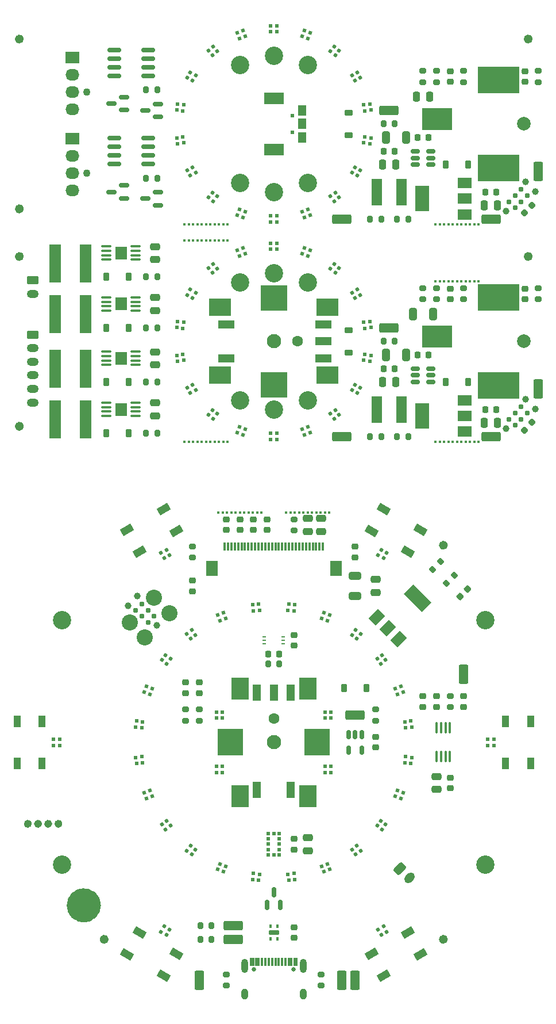
<source format=gbr>
G04 #@! TF.GenerationSoftware,KiCad,Pcbnew,7.0.4-40-g0180cb380f*
G04 #@! TF.CreationDate,2023-07-05T14:48:10-07:00*
G04 #@! TF.ProjectId,IotKnob,496f744b-6e6f-4622-9e6b-696361645f70,rev?*
G04 #@! TF.SameCoordinates,Original*
G04 #@! TF.FileFunction,Soldermask,Top*
G04 #@! TF.FilePolarity,Negative*
%FSLAX46Y46*%
G04 Gerber Fmt 4.6, Leading zero omitted, Abs format (unit mm)*
G04 Created by KiCad (PCBNEW 7.0.4-40-g0180cb380f) date 2023-07-05 14:48:10*
%MOMM*%
%LPD*%
G01*
G04 APERTURE LIST*
G04 Aperture macros list*
%AMRoundRect*
0 Rectangle with rounded corners*
0 $1 Rounding radius*
0 $2 $3 $4 $5 $6 $7 $8 $9 X,Y pos of 4 corners*
0 Add a 4 corners polygon primitive as box body*
4,1,4,$2,$3,$4,$5,$6,$7,$8,$9,$2,$3,0*
0 Add four circle primitives for the rounded corners*
1,1,$1+$1,$2,$3*
1,1,$1+$1,$4,$5*
1,1,$1+$1,$6,$7*
1,1,$1+$1,$8,$9*
0 Add four rect primitives between the rounded corners*
20,1,$1+$1,$2,$3,$4,$5,0*
20,1,$1+$1,$4,$5,$6,$7,0*
20,1,$1+$1,$6,$7,$8,$9,0*
20,1,$1+$1,$8,$9,$2,$3,0*%
%AMHorizOval*
0 Thick line with rounded ends*
0 $1 width*
0 $2 $3 position (X,Y) of the first rounded end (center of the circle)*
0 $4 $5 position (X,Y) of the second rounded end (center of the circle)*
0 Add line between two ends*
20,1,$1,$2,$3,$4,$5,0*
0 Add two circle primitives to create the rounded ends*
1,1,$1,$2,$3*
1,1,$1,$4,$5*%
%AMRotRect*
0 Rectangle, with rotation*
0 The origin of the aperture is its center*
0 $1 length*
0 $2 width*
0 $3 Rotation angle, in degrees counterclockwise*
0 Add horizontal line*
21,1,$1,$2,0,0,$3*%
G04 Aperture macros list end*
%ADD10C,0.650000*%
%ADD11C,0.700000*%
%ADD12C,2.500000*%
%ADD13C,0.380000*%
%ADD14R,2.000000X1.500000*%
%ADD15R,2.000000X3.800000*%
%ADD16RotRect,0.500000X0.500000X70.000000*%
%ADD17RoundRect,0.225000X0.250000X-0.225000X0.250000X0.225000X-0.250000X0.225000X-0.250000X-0.225000X0*%
%ADD18RotRect,0.500000X0.500000X190.000000*%
%ADD19C,0.620000*%
%ADD20R,1.300000X1.500000*%
%ADD21R,3.000000X1.700000*%
%ADD22RotRect,0.500000X0.500000X50.000000*%
%ADD23C,2.700000*%
%ADD24C,1.152000*%
%ADD25RotRect,0.500000X0.500000X30.000000*%
%ADD26RoundRect,0.225000X-0.225000X-0.250000X0.225000X-0.250000X0.225000X0.250000X-0.225000X0.250000X0*%
%ADD27C,2.000000*%
%ADD28R,4.400000X3.300000*%
%ADD29R,6.200000X3.900000*%
%ADD30R,0.500000X0.500000*%
%ADD31RoundRect,0.150000X0.587500X0.150000X-0.587500X0.150000X-0.587500X-0.150000X0.587500X-0.150000X0*%
%ADD32C,1.100000*%
%ADD33R,2.030000X1.730000*%
%ADD34O,2.030000X1.730000*%
%ADD35RotRect,0.500000X0.500000X170.000000*%
%ADD36RoundRect,0.200000X0.275000X-0.200000X0.275000X0.200000X-0.275000X0.200000X-0.275000X-0.200000X0*%
%ADD37RoundRect,0.250000X-1.175000X-0.450000X1.175000X-0.450000X1.175000X0.450000X-1.175000X0.450000X0*%
%ADD38RotRect,0.500000X0.500000X210.000000*%
%ADD39RoundRect,0.250000X-0.250000X-0.475000X0.250000X-0.475000X0.250000X0.475000X-0.250000X0.475000X0*%
%ADD40RotRect,0.500000X0.500000X350.000000*%
%ADD41RoundRect,0.225000X0.375000X-0.225000X0.375000X0.225000X-0.375000X0.225000X-0.375000X-0.225000X0*%
%ADD42RotRect,0.500000X0.500000X230.000000*%
%ADD43RoundRect,0.225000X-0.225000X-0.375000X0.225000X-0.375000X0.225000X0.375000X-0.225000X0.375000X0*%
%ADD44RoundRect,0.200000X-0.200000X-0.275000X0.200000X-0.275000X0.200000X0.275000X-0.200000X0.275000X0*%
%ADD45RoundRect,0.250000X-0.325000X-0.650000X0.325000X-0.650000X0.325000X0.650000X-0.325000X0.650000X0*%
%ADD46RoundRect,0.225000X0.225000X0.250000X-0.225000X0.250000X-0.225000X-0.250000X0.225000X-0.250000X0*%
%ADD47RoundRect,0.150000X0.512500X0.150000X-0.512500X0.150000X-0.512500X-0.150000X0.512500X-0.150000X0*%
%ADD48R,1.500000X4.000000*%
%ADD49RoundRect,0.200000X0.200000X0.275000X-0.200000X0.275000X-0.200000X-0.275000X0.200000X-0.275000X0*%
%ADD50RotRect,0.500000X0.500000X10.000000*%
%ADD51RoundRect,0.250000X0.250000X0.475000X-0.250000X0.475000X-0.250000X-0.475000X0.250000X-0.475000X0*%
%ADD52RotRect,0.500000X0.500000X110.000000*%
%ADD53RoundRect,0.250000X1.175000X0.450000X-1.175000X0.450000X-1.175000X-0.450000X1.175000X-0.450000X0*%
%ADD54RotRect,0.500000X0.500000X310.000000*%
%ADD55RoundRect,0.218750X-0.026517X0.335876X-0.335876X0.026517X0.026517X-0.335876X0.335876X-0.026517X0*%
%ADD56RotRect,0.500000X0.500000X130.000000*%
%ADD57RoundRect,0.200000X-0.275000X0.200000X-0.275000X-0.200000X0.275000X-0.200000X0.275000X0.200000X0*%
%ADD58RoundRect,0.250000X-0.450000X1.175000X-0.450000X-1.175000X0.450000X-1.175000X0.450000X1.175000X0*%
%ADD59RoundRect,0.150000X0.825000X0.150000X-0.825000X0.150000X-0.825000X-0.150000X0.825000X-0.150000X0*%
%ADD60RotRect,0.500000X0.500000X330.000000*%
%ADD61C,0.990600*%
%ADD62C,0.787400*%
%ADD63RotRect,0.500000X0.500000X290.000000*%
%ADD64RotRect,0.500000X0.500000X150.000000*%
%ADD65RotRect,0.500000X0.500000X250.000000*%
%ADD66R,2.400000X1.300000*%
%ADD67R,3.200000X2.500000*%
%ADD68R,4.000000X3.750000*%
%ADD69C,2.100000*%
%ADD70C,1.600000*%
%ADD71O,1.750000X1.200000*%
%ADD72RoundRect,0.250000X-0.625000X0.350000X-0.625000X-0.350000X0.625000X-0.350000X0.625000X0.350000X0*%
%ADD73RoundRect,0.225000X0.225000X0.375000X-0.225000X0.375000X-0.225000X-0.375000X0.225000X-0.375000X0*%
%ADD74R,1.700000X5.700000*%
%ADD75R,1.680000X1.880000*%
%ADD76RoundRect,0.100000X0.625000X0.100000X-0.625000X0.100000X-0.625000X-0.100000X0.625000X-0.100000X0*%
%ADD77RoundRect,0.250000X0.325000X0.650000X-0.325000X0.650000X-0.325000X-0.650000X0.325000X-0.650000X0*%
%ADD78RoundRect,0.250000X0.475000X-0.250000X0.475000X0.250000X-0.475000X0.250000X-0.475000X-0.250000X0*%
%ADD79RoundRect,0.225000X-0.250000X0.225000X-0.250000X-0.225000X0.250000X-0.225000X0.250000X0.225000X0*%
%ADD80RoundRect,0.250000X0.450000X-1.175000X0.450000X1.175000X-0.450000X1.175000X-0.450000X-1.175000X0*%
%ADD81RotRect,0.500000X0.500000X307.500000*%
%ADD82RotRect,0.500000X0.500000X337.500000*%
%ADD83RotRect,0.500000X0.500000X37.500000*%
%ADD84RoundRect,0.200000X-0.053033X0.335876X-0.335876X0.053033X0.053033X-0.335876X0.335876X-0.053033X0*%
%ADD85RotRect,0.500000X0.500000X247.500000*%
%ADD86RoundRect,0.100000X-0.100000X0.712500X-0.100000X-0.712500X0.100000X-0.712500X0.100000X0.712500X0*%
%ADD87C,2.374900*%
%ADD88RotRect,0.500000X0.500000X142.500000*%
%ADD89RotRect,1.800000X1.100000X150.000000*%
%ADD90RotRect,0.500000X0.500000X112.500000*%
%ADD91RotRect,0.500000X0.500000X120.000000*%
%ADD92RotRect,0.500000X0.500000X127.500000*%
%ADD93RotRect,0.500000X0.500000X172.500000*%
%ADD94RotRect,1.800000X1.100000X330.000000*%
%ADD95RotRect,1.800000X1.100000X210.000000*%
%ADD96RotRect,0.500000X0.500000X187.500000*%
%ADD97RotRect,0.500000X0.500000X262.500000*%
%ADD98RoundRect,0.218750X0.256250X-0.218750X0.256250X0.218750X-0.256250X0.218750X-0.256250X-0.218750X0*%
%ADD99RotRect,0.500000X0.500000X292.500000*%
%ADD100RoundRect,0.087500X-0.087500X0.187500X-0.087500X-0.187500X0.087500X-0.187500X0.087500X0.187500X0*%
%ADD101RoundRect,0.175000X-0.625000X0.175000X-0.625000X-0.175000X0.625000X-0.175000X0.625000X0.175000X0*%
%ADD102R,1.100000X1.800000*%
%ADD103RotRect,0.500000X0.500000X52.500000*%
%ADD104RoundRect,0.250000X-0.475000X0.250000X-0.475000X-0.250000X0.475000X-0.250000X0.475000X0.250000X0*%
%ADD105RoundRect,0.250000X-0.650000X0.325000X-0.650000X-0.325000X0.650000X-0.325000X0.650000X0.325000X0*%
%ADD106RoundRect,0.225000X0.017678X-0.335876X0.335876X-0.017678X-0.017678X0.335876X-0.335876X0.017678X0*%
%ADD107RotRect,0.500000X0.500000X7.500000*%
%ADD108RotRect,0.500000X0.500000X67.500000*%
%ADD109RotRect,0.500000X0.500000X240.000000*%
%ADD110RotRect,0.500000X0.500000X60.000000*%
%ADD111RotRect,0.500000X0.500000X352.500000*%
%ADD112RotRect,0.500000X0.500000X322.500000*%
%ADD113RotRect,0.500000X0.500000X300.000000*%
%ADD114R,0.300000X1.300000*%
%ADD115R,1.800000X2.200000*%
%ADD116RotRect,0.500000X0.500000X22.500000*%
%ADD117RotRect,0.500000X0.500000X217.500000*%
%ADD118RotRect,0.500000X0.500000X82.500000*%
%ADD119RotRect,0.500000X0.500000X232.500000*%
%ADD120RotRect,1.800000X1.100000X30.000000*%
%ADD121RoundRect,0.150000X0.150000X-0.587500X0.150000X0.587500X-0.150000X0.587500X-0.150000X-0.587500X0*%
%ADD122RotRect,0.500000X0.500000X157.500000*%
%ADD123RotRect,2.000000X1.500000X45.000000*%
%ADD124RotRect,2.000000X3.800000X45.000000*%
%ADD125RotRect,0.500000X0.500000X97.500000*%
%ADD126RotRect,0.500000X0.500000X277.500000*%
%ADD127R,0.550000X0.250000*%
%ADD128R,1.300000X2.400000*%
%ADD129R,2.500000X3.200000*%
%ADD130R,3.750000X4.000000*%
%ADD131RoundRect,0.200000X0.053033X-0.335876X0.335876X-0.053033X-0.053033X0.335876X-0.335876X0.053033X0*%
%ADD132RoundRect,0.250000X-0.689429X-0.194454X-0.194454X-0.689429X0.689429X0.194454X0.194454X0.689429X0*%
%ADD133HorizOval,1.200000X-0.194454X-0.194454X0.194454X0.194454X0*%
%ADD134RoundRect,0.150000X-0.150000X0.512500X-0.150000X-0.512500X0.150000X-0.512500X0.150000X0.512500X0*%
%ADD135C,0.650000*%
%ADD136R,0.300000X1.150000*%
%ADD137O,1.000000X2.100000*%
%ADD138O,1.000000X1.600000*%
%ADD139RotRect,0.500000X0.500000X202.500000*%
G04 APERTURE END LIST*
D10*
X62825000Y-21500000D02*
G75*
G03*
X62825000Y-21500000I-325000J0D01*
G01*
X137825000Y3500000D02*
G75*
G03*
X137825000Y3500000I-325000J0D01*
G01*
X62825000Y3500000D02*
G75*
G03*
X62825000Y3500000I-325000J0D01*
G01*
X62825000Y-53500000D02*
G75*
G03*
X62825000Y-53500000I-325000J0D01*
G01*
X62825000Y-28500000D02*
G75*
G03*
X62825000Y-28500000I-325000J0D01*
G01*
X137825000Y-28500000D02*
G75*
G03*
X137825000Y-28500000I-325000J0D01*
G01*
D11*
X64000000Y-112000000D02*
G75*
G03*
X64000000Y-112000000I-250000J0D01*
G01*
X65500000Y-112000000D02*
G75*
G03*
X65500000Y-112000000I-250000J0D01*
G01*
X67000000Y-112000000D02*
G75*
G03*
X67000000Y-112000000I-250000J0D01*
G01*
X68500000Y-112000000D02*
G75*
G03*
X68500000Y-112000000I-250000J0D01*
G01*
D10*
X75325000Y-129000000D02*
G75*
G03*
X75325000Y-129000000I-325000J0D01*
G01*
D12*
X73250000Y-124000000D02*
G75*
G03*
X73250000Y-124000000I-1250000J0D01*
G01*
D10*
X125325000Y-71000000D02*
G75*
G03*
X125325000Y-71000000I-325000J0D01*
G01*
X125325000Y-129000000D02*
G75*
G03*
X125325000Y-129000000I-325000J0D01*
G01*
D13*
X123825000Y-55810000D03*
X124460000Y-55810000D03*
X125095000Y-55810000D03*
X125730000Y-55810000D03*
X126365000Y-55810000D03*
X127000000Y-55810000D03*
X127635000Y-55810000D03*
X128270000Y-55810000D03*
X128905000Y-55810000D03*
X129540000Y-55810000D03*
X130175000Y-55810000D03*
X93175000Y-55810000D03*
X92540000Y-55810000D03*
X91905000Y-55810000D03*
X91270000Y-55810000D03*
X90635000Y-55810000D03*
X90000000Y-55810000D03*
X89365000Y-55810000D03*
X88730000Y-55810000D03*
X88095000Y-55810000D03*
X87460000Y-55810000D03*
X86825000Y-55810000D03*
X123825000Y-23810000D03*
X124460000Y-23810000D03*
X125095000Y-23810000D03*
X125730000Y-23810000D03*
X126365000Y-23810000D03*
X127000000Y-23810000D03*
X127635000Y-23810000D03*
X128270000Y-23810000D03*
X128905000Y-23810000D03*
X129540000Y-23810000D03*
X130175000Y-23810000D03*
X130175000Y-32190000D03*
X129540000Y-32190000D03*
X128905000Y-32190000D03*
X128270000Y-32190000D03*
X127635000Y-32190000D03*
X127000000Y-32190000D03*
X126365000Y-32190000D03*
X125730000Y-32190000D03*
X125095000Y-32190000D03*
X124460000Y-32190000D03*
X123825000Y-32190000D03*
X86825000Y-23810000D03*
X87460000Y-23810000D03*
X88095000Y-23810000D03*
X88730000Y-23810000D03*
X89365000Y-23810000D03*
X90000000Y-23810000D03*
X90635000Y-23810000D03*
X91270000Y-23810000D03*
X91905000Y-23810000D03*
X92540000Y-23810000D03*
X93175000Y-23810000D03*
X93175000Y-26190000D03*
X92540000Y-26190000D03*
X91905000Y-26190000D03*
X91270000Y-26190000D03*
X90635000Y-26190000D03*
X90000000Y-26190000D03*
X89365000Y-26190000D03*
X88730000Y-26190000D03*
X88095000Y-26190000D03*
X87460000Y-26190000D03*
X86825000Y-26190000D03*
X108175000Y-66190000D03*
X107540000Y-66190000D03*
X106905000Y-66190000D03*
X106270000Y-66190000D03*
X105635000Y-66190000D03*
X105000000Y-66190000D03*
X104365000Y-66190000D03*
X103730000Y-66190000D03*
X103095000Y-66190000D03*
X102460000Y-66190000D03*
X101825000Y-66190000D03*
X91825000Y-66190000D03*
X93095000Y-66190000D03*
X98175000Y-66190000D03*
X93730000Y-66190000D03*
X95635000Y-66190000D03*
X94365000Y-66190000D03*
X97540000Y-66190000D03*
X95000000Y-66190000D03*
X96270000Y-66190000D03*
X96905000Y-66190000D03*
X92460000Y-66190000D03*
D14*
X128150000Y-22300000D03*
X128150000Y-20000000D03*
D15*
X121850000Y-20000000D03*
D14*
X128150000Y-17700000D03*
D16*
X104211229Y3887047D03*
X105056953Y3579229D03*
X105364771Y4424953D03*
X104519047Y4732771D03*
D17*
X126000000Y-2775000D03*
X126000000Y-1225000D03*
D18*
X86734305Y-11796022D03*
X86578022Y-10909695D03*
X85691695Y-11065978D03*
X85847978Y-11952305D03*
D19*
X102700000Y-10200000D03*
X102700000Y-7800000D03*
D20*
X104150000Y-11000000D03*
X104150000Y-7000000D03*
X104150000Y-9000000D03*
D21*
X100000000Y-12800000D03*
X100000000Y-5200000D03*
D22*
X108365026Y1669534D03*
X109054466Y1091026D03*
X109632974Y1780466D03*
X108943534Y2358974D03*
D23*
X95000000Y-17660254D03*
D24*
X62500000Y-21500000D03*
D25*
X111509289Y-1835289D03*
X111959289Y-2614711D03*
X112738711Y-2164711D03*
X112288711Y-1385289D03*
D26*
X131225000Y-19000000D03*
X132775000Y-19000000D03*
D27*
X136900000Y-9000000D03*
D28*
X124100000Y-8300000D03*
D29*
X133100000Y-15450000D03*
X133100000Y-2550000D03*
D23*
X105000000Y-17660254D03*
D30*
X100450000Y-22550000D03*
X99550000Y-22550000D03*
X99550000Y-23450000D03*
X100450000Y-23450000D03*
D31*
X82937500Y-7950000D03*
X82937500Y-6050000D03*
X81062500Y-7000000D03*
D23*
X100000000Y1000000D03*
D17*
X137000000Y-2775000D03*
X137000000Y-1225000D03*
D32*
X72460000Y-4280000D03*
D33*
X70300000Y800000D03*
D34*
X70300000Y-1740000D03*
X70300000Y-4280000D03*
X70300000Y-6820000D03*
D35*
X86578022Y-7090305D03*
X86734305Y-6203978D03*
X85847978Y-6047695D03*
X85691695Y-6934022D03*
D36*
X139000000Y-2825000D03*
X139000000Y-1175000D03*
D31*
X77937500Y-6950000D03*
X77937500Y-5050000D03*
X76062500Y-6000000D03*
D37*
X132000000Y-23000000D03*
D38*
X88490711Y-16164711D03*
X88040711Y-15385289D03*
X87261289Y-15835289D03*
X87711289Y-16614711D03*
D23*
X100000000Y-19000000D03*
D39*
X131050000Y-21000000D03*
X132950000Y-21000000D03*
D40*
X113421978Y-10909695D03*
X113265695Y-11796022D03*
X114152022Y-11952305D03*
X114308305Y-11065978D03*
D41*
X111000000Y-10650000D03*
X111000000Y-7350000D03*
D42*
X91634974Y-19669534D03*
X90945534Y-19091026D03*
X90367026Y-19780466D03*
X91056466Y-20358974D03*
D43*
X125350000Y-15000000D03*
X128650000Y-15000000D03*
D44*
X118175000Y-23000000D03*
X119825000Y-23000000D03*
D45*
X116525000Y-11000000D03*
X119475000Y-11000000D03*
D46*
X122775000Y-11000000D03*
X121225000Y-11000000D03*
D39*
X116050000Y-15000000D03*
X117950000Y-15000000D03*
D46*
X117775000Y-13000000D03*
X116225000Y-13000000D03*
D44*
X116175000Y-9000000D03*
X117825000Y-9000000D03*
D47*
X123137500Y-14950000D03*
X123137500Y-14000000D03*
X123137500Y-13050000D03*
X120862500Y-13050000D03*
X120862500Y-14000000D03*
X120862500Y-14950000D03*
D44*
X114175000Y-23000000D03*
X115825000Y-23000000D03*
D48*
X118800000Y-19000000D03*
X115200000Y-19000000D03*
D23*
X95000000Y-339746D03*
D31*
X82937500Y-20950000D03*
X82937500Y-19050000D03*
X81062500Y-20000000D03*
D32*
X72460000Y-16280000D03*
D33*
X70300000Y-11200000D03*
D34*
X70300000Y-13740000D03*
X70300000Y-16280000D03*
X70300000Y-18820000D03*
D49*
X82825000Y-17000000D03*
X81175000Y-17000000D03*
D50*
X113265695Y-6203978D03*
X113421978Y-7090305D03*
X114308305Y-6934022D03*
X114152022Y-6047695D03*
D36*
X128000000Y-2825000D03*
X128000000Y-1175000D03*
D51*
X122950000Y-5000000D03*
X121050000Y-5000000D03*
D52*
X94943047Y3579229D03*
X95788771Y3887047D03*
X95480953Y4732771D03*
X94635229Y4424953D03*
D53*
X117000000Y-7000000D03*
D54*
X109054466Y-19091026D03*
X108365026Y-19669534D03*
X108943534Y-20358974D03*
X109632974Y-19780466D03*
D36*
X124000000Y-2825000D03*
X124000000Y-1175000D03*
D30*
X99550000Y4550000D03*
X100450000Y4550000D03*
X100450000Y5450000D03*
X99550000Y5450000D03*
D23*
X105000000Y-339746D03*
D55*
X138056847Y-20943153D03*
X136943153Y-22056847D03*
D24*
X137500000Y3500000D03*
D56*
X90945534Y1091026D03*
X91634974Y1669534D03*
X91056466Y2358974D03*
X90367026Y1780466D03*
D57*
X122000000Y-1175000D03*
X122000000Y-2825000D03*
D58*
X139000000Y-16000000D03*
D31*
X77937500Y-19950000D03*
X77937500Y-18050000D03*
X76062500Y-19000000D03*
D59*
X81475000Y-1905000D03*
X81475000Y-635000D03*
X81475000Y635000D03*
X81475000Y1905000D03*
X76525000Y1905000D03*
X76525000Y635000D03*
X76525000Y-635000D03*
X76525000Y-1905000D03*
D53*
X110000000Y-23000000D03*
D59*
X81475000Y-14905000D03*
X81475000Y-13635000D03*
X81475000Y-12365000D03*
X81475000Y-11095000D03*
X76525000Y-11095000D03*
X76525000Y-12365000D03*
X76525000Y-13635000D03*
X76525000Y-14905000D03*
D60*
X111959289Y-15385289D03*
X111509289Y-16164711D03*
X112288711Y-16614711D03*
X112738711Y-15835289D03*
D49*
X82825000Y-4000000D03*
X81175000Y-4000000D03*
D61*
X134203949Y-21796051D03*
X137077631Y-17485528D03*
X138514472Y-18922369D03*
D62*
X135550987Y-21347038D03*
X134652962Y-20449013D03*
X136449013Y-20449013D03*
X135550987Y-19550987D03*
X137347038Y-19550987D03*
X136449013Y-18652962D03*
D63*
X105056953Y-21579229D03*
X104211229Y-21887047D03*
X104519047Y-22732771D03*
X105364771Y-22424953D03*
D64*
X88040711Y-2614711D03*
X88490711Y-1835289D03*
X87711289Y-1385289D03*
X87261289Y-2164711D03*
D65*
X95788771Y-21887047D03*
X94943047Y-21579229D03*
X94635229Y-22424953D03*
X95480953Y-22732771D03*
D24*
X62500000Y3500000D03*
D22*
X108943534Y-29641026D03*
X109632974Y-30219534D03*
X109054466Y-30908974D03*
X108365026Y-30330466D03*
D18*
X85847978Y-43952305D03*
X85691695Y-43065978D03*
X86578022Y-42909695D03*
X86734305Y-43796022D03*
D16*
X104519047Y-27267229D03*
X105364771Y-27575047D03*
X105056953Y-28420771D03*
X104211229Y-28112953D03*
D66*
X93000000Y-43500000D03*
X93000000Y-38500000D03*
D67*
X92100000Y-36000000D03*
X92100000Y-46000000D03*
D68*
X100000000Y-34625000D03*
X100000000Y-47375000D03*
D67*
X107900000Y-36000000D03*
X107900000Y-46000000D03*
D66*
X107300000Y-41000000D03*
X107300000Y-38500000D03*
X107300000Y-43500000D03*
D69*
X100000000Y-41000000D03*
D70*
X103500000Y-41000000D03*
D24*
X62500000Y-53500000D03*
D71*
X64450000Y-34000000D03*
D72*
X64450000Y-32000000D03*
D44*
X82825000Y-47000000D03*
X81175000Y-47000000D03*
X82825000Y-31500000D03*
X81175000Y-31500000D03*
X82825000Y-54500000D03*
X81175000Y-54500000D03*
D14*
X128150000Y-49700000D03*
D15*
X121850000Y-52000000D03*
D14*
X128150000Y-52000000D03*
X128150000Y-54300000D03*
D17*
X126000000Y-33225000D03*
X126000000Y-34775000D03*
X137000000Y-33225000D03*
X137000000Y-34775000D03*
D73*
X75350000Y-54500000D03*
X78650000Y-54500000D03*
D74*
X72250000Y-29500000D03*
X67750000Y-29500000D03*
D23*
X100000000Y-31000000D03*
X105000000Y-49660254D03*
D73*
X75350000Y-31500000D03*
X78650000Y-31500000D03*
X75350000Y-39000000D03*
X78650000Y-39000000D03*
D75*
X77500000Y-43500000D03*
D76*
X75350000Y-44475000D03*
X75350000Y-43825000D03*
X75350000Y-43175000D03*
X75350000Y-42525000D03*
X79650000Y-42525000D03*
X79650000Y-43175000D03*
X79650000Y-43825000D03*
X79650000Y-44475000D03*
D23*
X95000000Y-49660254D03*
D75*
X77500000Y-28000000D03*
D76*
X75350000Y-28975000D03*
X75350000Y-28325000D03*
X75350000Y-27675000D03*
X75350000Y-27025000D03*
X79650000Y-27025000D03*
X79650000Y-27675000D03*
X79650000Y-28325000D03*
X79650000Y-28975000D03*
D41*
X111000000Y-39350000D03*
X111000000Y-42650000D03*
D71*
X64450000Y-50000000D03*
X64450000Y-48000000D03*
X64450000Y-46000000D03*
X64450000Y-44000000D03*
X64450000Y-42000000D03*
D72*
X64450000Y-40000000D03*
D29*
X133100000Y-34550000D03*
X133100000Y-47450000D03*
D28*
X124100000Y-40300000D03*
D27*
X136900000Y-41000000D03*
D52*
X94635229Y-27575047D03*
X95480953Y-27267229D03*
X95788771Y-28112953D03*
X94943047Y-28420771D03*
D23*
X105000000Y-32339746D03*
D37*
X132000000Y-55000000D03*
D40*
X114308305Y-43065978D03*
X114152022Y-43952305D03*
X113265695Y-43796022D03*
X113421978Y-42909695D03*
D36*
X139000000Y-33175000D03*
X139000000Y-34825000D03*
D74*
X72250000Y-45000000D03*
X67750000Y-45000000D03*
D77*
X120525000Y-37000000D03*
X123475000Y-37000000D03*
D53*
X117000000Y-39000000D03*
D30*
X100450000Y-55450000D03*
X99550000Y-55450000D03*
X99550000Y-54550000D03*
X100450000Y-54550000D03*
D23*
X100000000Y-51000000D03*
D74*
X72250000Y-52500000D03*
X67750000Y-52500000D03*
D39*
X132950000Y-53000000D03*
X131050000Y-53000000D03*
D43*
X128650000Y-47000000D03*
X125350000Y-47000000D03*
D38*
X87711289Y-48614711D03*
X87261289Y-47835289D03*
X88040711Y-47385289D03*
X88490711Y-48164711D03*
D42*
X91056466Y-52358974D03*
X90367026Y-51780466D03*
X90945534Y-51091026D03*
X91634974Y-51669534D03*
D25*
X112288711Y-33385289D03*
X112738711Y-34164711D03*
X111959289Y-34614711D03*
X111509289Y-33835289D03*
D35*
X85691695Y-38934022D03*
X85847978Y-38047695D03*
X86734305Y-38203978D03*
X86578022Y-39090305D03*
D78*
X82500000Y-34550000D03*
X82500000Y-36450000D03*
D26*
X132775000Y-51000000D03*
X131225000Y-51000000D03*
D75*
X77500000Y-35500000D03*
D76*
X75350000Y-36475000D03*
X75350000Y-35825000D03*
X75350000Y-35175000D03*
X75350000Y-34525000D03*
X79650000Y-34525000D03*
X79650000Y-35175000D03*
X79650000Y-35825000D03*
X79650000Y-36475000D03*
D73*
X75350000Y-47000000D03*
X78650000Y-47000000D03*
D56*
X90367026Y-30219534D03*
X91056466Y-29641026D03*
X91634974Y-30330466D03*
X90945534Y-30908974D03*
D36*
X128000000Y-33175000D03*
X128000000Y-34825000D03*
D65*
X95480953Y-54732771D03*
X94635229Y-54424953D03*
X94943047Y-53579229D03*
X95788771Y-53887047D03*
D64*
X87261289Y-34164711D03*
X87711289Y-33385289D03*
X88490711Y-33835289D03*
X88040711Y-34614711D03*
D58*
X139000000Y-48000000D03*
D24*
X62500000Y-28500000D03*
D62*
X136449013Y-50652962D03*
X137347038Y-51550987D03*
X135550987Y-51550987D03*
X136449013Y-52449013D03*
X134652962Y-52449013D03*
X135550987Y-53347038D03*
D61*
X138514472Y-50922369D03*
X137077631Y-49485528D03*
X134203949Y-53796051D03*
D60*
X112738711Y-47835289D03*
X112288711Y-48614711D03*
X111509289Y-48164711D03*
X111959289Y-47385289D03*
D36*
X124000000Y-33175000D03*
X124000000Y-34825000D03*
D45*
X119475000Y-43000000D03*
X116525000Y-43000000D03*
D46*
X121225000Y-43000000D03*
X122775000Y-43000000D03*
X116225000Y-45000000D03*
X117775000Y-45000000D03*
D44*
X117825000Y-41000000D03*
X116175000Y-41000000D03*
X115825000Y-55000000D03*
X114175000Y-55000000D03*
D47*
X120862500Y-46950000D03*
X120862500Y-46000000D03*
X120862500Y-45050000D03*
X123137500Y-45050000D03*
X123137500Y-46000000D03*
X123137500Y-46950000D03*
D48*
X115200000Y-51000000D03*
X118800000Y-51000000D03*
D44*
X119825000Y-55000000D03*
X118175000Y-55000000D03*
D39*
X117950000Y-47000000D03*
X116050000Y-47000000D03*
D44*
X82825000Y-39000000D03*
X81175000Y-39000000D03*
D54*
X109632974Y-51780466D03*
X108943534Y-52358974D03*
X108365026Y-51669534D03*
X109054466Y-51091026D03*
D24*
X137500000Y-28500000D03*
D78*
X82500000Y-42550000D03*
X82500000Y-44450000D03*
D50*
X114152022Y-38047695D03*
X114308305Y-38934022D03*
X113421978Y-39090305D03*
X113265695Y-38203978D03*
D78*
X82500000Y-27050000D03*
X82500000Y-28950000D03*
D55*
X136943153Y-54056847D03*
X138056847Y-52943153D03*
D74*
X72250000Y-37000000D03*
X67750000Y-37000000D03*
D75*
X77500000Y-51000000D03*
D76*
X75350000Y-51975000D03*
X75350000Y-51325000D03*
X75350000Y-50675000D03*
X75350000Y-50025000D03*
X79650000Y-50025000D03*
X79650000Y-50675000D03*
X79650000Y-51325000D03*
X79650000Y-51975000D03*
D57*
X122000000Y-34825000D03*
X122000000Y-33175000D03*
D30*
X99550000Y-26550000D03*
X100450000Y-26550000D03*
X100450000Y-27450000D03*
X99550000Y-27450000D03*
D78*
X82500000Y-50050000D03*
X82500000Y-51950000D03*
D63*
X105364771Y-54424953D03*
X104519047Y-54732771D03*
X104211229Y-53887047D03*
X105056953Y-53579229D03*
D53*
X110000000Y-55000000D03*
D23*
X95000000Y-32339746D03*
D79*
X95000000Y-67225000D03*
X95000000Y-68775000D03*
D80*
X89000000Y-135000000D03*
D81*
X112258066Y-115236048D03*
X111544048Y-115783934D03*
X112091934Y-116497952D03*
X112805952Y-115950066D03*
D82*
X118234462Y-107066047D03*
X117890047Y-107897538D03*
X118721538Y-108241953D03*
X119065953Y-107410462D03*
D83*
X115236048Y-87741934D03*
X115783934Y-88455952D03*
X116497952Y-87908066D03*
X115950066Y-87194048D03*
D49*
X100825000Y-88500000D03*
X99175000Y-88500000D03*
D84*
X126583363Y-75416637D03*
X125416637Y-76583363D03*
D30*
X131550000Y-99550000D03*
X131550000Y-100450000D03*
X132450000Y-100450000D03*
X132450000Y-99550000D03*
D85*
X92933953Y-118234462D03*
X92102462Y-117890047D03*
X91758047Y-118721538D03*
X92589538Y-119065953D03*
D30*
X92450000Y-96450000D03*
X92450000Y-95550000D03*
X91550000Y-95550000D03*
X91550000Y-96450000D03*
D17*
X122000000Y-94775000D03*
X122000000Y-93225000D03*
D23*
X68823085Y-118000000D03*
D37*
X94000000Y-129000000D03*
D17*
X124000000Y-94775000D03*
X124000000Y-93225000D03*
D86*
X125975000Y-97887500D03*
X125325000Y-97887500D03*
X124675000Y-97887500D03*
X124025000Y-97887500D03*
X124025000Y-102112500D03*
X124675000Y-102112500D03*
X125325000Y-102112500D03*
X125975000Y-102112500D03*
D87*
X81000000Y-84592102D03*
D61*
X82796051Y-82796051D03*
D87*
X84592102Y-81000000D03*
X78754936Y-82347038D03*
X82347038Y-78754936D03*
D61*
X78485528Y-79922369D03*
X79922369Y-78485528D03*
D62*
X82347038Y-81449013D03*
X81449013Y-82347038D03*
X81449013Y-80550987D03*
X80550987Y-81449013D03*
X80550987Y-79652962D03*
X79652962Y-80550987D03*
D88*
X84216066Y-88455952D03*
X84763952Y-87741934D03*
X84049934Y-87194048D03*
X83502048Y-87908066D03*
D36*
X93000000Y-135825000D03*
X93000000Y-134175000D03*
D89*
X119759679Y-71975147D03*
X114390321Y-68875147D03*
X121609679Y-68770853D03*
X116240321Y-65670853D03*
D24*
X75000000Y-129000000D03*
D30*
X107550000Y-95550000D03*
X107550000Y-96450000D03*
X108450000Y-96450000D03*
X108450000Y-95550000D03*
D90*
X92102462Y-82109953D03*
X92933953Y-81765538D03*
X92589538Y-80934047D03*
X91758047Y-81278462D03*
D79*
X103000000Y-127225000D03*
X103000000Y-128775000D03*
D17*
X103000000Y-85775000D03*
X103000000Y-84225000D03*
D91*
X83835289Y-72901711D03*
X84614711Y-72451711D03*
X84164711Y-71672289D03*
X83385289Y-72122289D03*
D57*
X88000000Y-71175000D03*
X88000000Y-72825000D03*
D92*
X87741934Y-84763952D03*
X88455952Y-84216066D03*
X87908066Y-83502048D03*
X87194048Y-84049934D03*
D37*
X112000000Y-96000000D03*
D36*
X115000000Y-96825000D03*
X115000000Y-95175000D03*
X103000000Y-68825000D03*
X103000000Y-67175000D03*
D93*
X80558413Y-97893887D03*
X80675887Y-97001587D03*
X79783587Y-96884113D03*
X79666113Y-97776413D03*
D79*
X103000000Y-114225000D03*
X103000000Y-115775000D03*
D94*
X80240321Y-128024853D03*
X85609679Y-131124853D03*
X78390321Y-131229147D03*
X83759679Y-134329147D03*
D95*
X85609679Y-68875147D03*
X80240321Y-71975147D03*
X83759679Y-65670853D03*
X78390321Y-68770853D03*
D96*
X80675887Y-102998413D03*
X80558413Y-102106113D03*
X79666113Y-102223587D03*
X79783587Y-103115887D03*
D24*
X125000000Y-71000000D03*
D97*
X97893887Y-119441587D03*
X97001587Y-119324113D03*
X96884113Y-120216413D03*
X97776413Y-120333887D03*
D98*
X87000000Y-92787500D03*
X87000000Y-91212500D03*
D23*
X68823085Y-82000000D03*
D37*
X94000000Y-127000000D03*
D44*
X89175000Y-129000000D03*
X90825000Y-129000000D03*
D99*
X107897538Y-117890047D03*
X107066047Y-118234462D03*
X107410462Y-119065953D03*
X108241953Y-118721538D03*
D100*
X100500000Y-127075000D03*
X99500000Y-127075000D03*
X99500000Y-128925000D03*
X100500000Y-128925000D03*
D101*
X100000000Y-128000000D03*
D80*
X112000000Y-135000000D03*
D102*
X134150000Y-103100000D03*
X134150000Y-96900000D03*
X137850000Y-103100000D03*
X137850000Y-96900000D03*
D36*
X107000000Y-135825000D03*
X107000000Y-134175000D03*
D103*
X111544048Y-84216066D03*
X112258066Y-84763952D03*
X112805952Y-84049934D03*
X112091934Y-83502048D03*
D104*
X105000000Y-114050000D03*
X105000000Y-115950000D03*
D102*
X65850000Y-96900000D03*
X65850000Y-103100000D03*
X62150000Y-96900000D03*
X62150000Y-103100000D03*
D105*
X112000000Y-75525000D03*
X112000000Y-78475000D03*
D73*
X113650000Y-92000000D03*
X110350000Y-92000000D03*
D78*
X107000000Y-68950000D03*
X107000000Y-67050000D03*
D79*
X126000000Y-105225000D03*
X126000000Y-106775000D03*
D104*
X115000000Y-76050000D03*
X115000000Y-77950000D03*
D23*
X131176915Y-82000000D03*
X131176915Y-118000000D03*
D80*
X110000000Y-135000000D03*
D106*
X127451992Y-78548008D03*
X128548008Y-77451992D03*
D57*
X87000000Y-95175000D03*
X87000000Y-96825000D03*
D107*
X119324113Y-97001587D03*
X119441587Y-97893887D03*
X120333887Y-97776413D03*
X120216413Y-96884113D03*
D108*
X107066047Y-81765538D03*
X107897538Y-82109953D03*
X108241953Y-81278462D03*
X107410462Y-80934047D03*
D80*
X128000000Y-90000000D03*
D109*
X84614711Y-127548289D03*
X83835289Y-127098289D03*
X83385289Y-127877711D03*
X84164711Y-128327711D03*
D110*
X115385289Y-72451711D03*
X116164711Y-72901711D03*
X116614711Y-72122289D03*
X115835289Y-71672289D03*
D111*
X119441587Y-102106113D03*
X119324113Y-102998413D03*
X120216413Y-103115887D03*
X120333887Y-102223587D03*
D79*
X93000000Y-67225000D03*
X93000000Y-68775000D03*
D17*
X112000000Y-72775000D03*
X112000000Y-71225000D03*
D112*
X115783934Y-111544048D03*
X115236048Y-112258066D03*
X115950066Y-112805952D03*
X116497952Y-112091934D03*
D17*
X115000000Y-100775000D03*
X115000000Y-99225000D03*
D113*
X116164711Y-127098289D03*
X115385289Y-127548289D03*
X115835289Y-128327711D03*
X116614711Y-127877711D03*
D114*
X92750000Y-71150000D03*
X93250000Y-71150000D03*
X93750000Y-71150000D03*
X94250000Y-71150000D03*
X94750000Y-71150000D03*
X95250000Y-71150000D03*
X95750000Y-71150000D03*
X96250000Y-71150000D03*
X96750000Y-71150000D03*
X97250000Y-71150000D03*
X97750000Y-71150000D03*
X98250000Y-71150000D03*
X98750000Y-71150000D03*
X99250000Y-71150000D03*
X99750000Y-71150000D03*
X100250000Y-71150000D03*
X100750000Y-71150000D03*
X101250000Y-71150000D03*
X101750000Y-71150000D03*
X102250000Y-71150000D03*
X102750000Y-71150000D03*
X103250000Y-71150000D03*
X103750000Y-71150000D03*
X104250000Y-71150000D03*
X104750000Y-71150000D03*
X105250000Y-71150000D03*
X105750000Y-71150000D03*
X106250000Y-71150000D03*
X106750000Y-71150000D03*
X107250000Y-71150000D03*
D115*
X90850000Y-74400000D03*
X109150000Y-74400000D03*
D116*
X117890047Y-92102462D03*
X118234462Y-92933953D03*
X119065953Y-92589538D03*
X118721538Y-91758047D03*
D78*
X105000000Y-68950000D03*
X105000000Y-67050000D03*
D26*
X99225000Y-87000000D03*
X100775000Y-87000000D03*
D17*
X97000000Y-68775000D03*
X97000000Y-67225000D03*
D98*
X89000000Y-92787500D03*
X89000000Y-91212500D03*
D57*
X89000000Y-95175000D03*
X89000000Y-96825000D03*
D117*
X84763952Y-112258066D03*
X84216066Y-111544048D03*
X83502048Y-112091934D03*
X84049934Y-112805952D03*
D79*
X88000000Y-76225000D03*
X88000000Y-77775000D03*
D118*
X102106113Y-80558413D03*
X102998413Y-80675887D03*
X103115887Y-79783587D03*
X102223587Y-79666113D03*
D30*
X107550000Y-103550000D03*
X107550000Y-104450000D03*
X108450000Y-104450000D03*
X108450000Y-103550000D03*
D119*
X88455952Y-115783934D03*
X87741934Y-115236048D03*
X87194048Y-115950066D03*
X87908066Y-116497952D03*
D120*
X114390321Y-131124853D03*
X119759679Y-128024853D03*
X116240321Y-134329147D03*
X121609679Y-131229147D03*
D121*
X99050000Y-123937500D03*
X100950000Y-123937500D03*
X100000000Y-122062500D03*
D30*
X68450000Y-100450000D03*
X68450000Y-99550000D03*
X67550000Y-99550000D03*
X67550000Y-100450000D03*
D122*
X81765538Y-92933953D03*
X82109953Y-92102462D03*
X81278462Y-91758047D03*
X80934047Y-92589538D03*
D123*
X115146268Y-81601041D03*
X116772614Y-83227386D03*
D124*
X121227386Y-78772614D03*
D123*
X118398959Y-84853732D03*
D17*
X99000000Y-68775000D03*
X99000000Y-67225000D03*
D30*
X100800000Y-113400000D03*
X100790000Y-114200000D03*
X100800000Y-115000000D03*
X100800000Y-115800000D03*
X100800000Y-116600000D03*
X100000000Y-116600000D03*
X99200000Y-116600000D03*
X99200000Y-115800000D03*
X99200000Y-115000000D03*
X99200000Y-114200000D03*
X99200000Y-113400000D03*
X100000000Y-113400000D03*
D125*
X97001587Y-80675887D03*
X97893887Y-80558413D03*
X97776413Y-79666113D03*
X96884113Y-79783587D03*
D126*
X102998413Y-119324113D03*
X102106113Y-119441587D03*
X102223587Y-120333887D03*
X103115887Y-120216413D03*
D127*
X101380000Y-85500000D03*
X101380000Y-85000000D03*
X101380000Y-84500000D03*
X98620000Y-84500000D03*
X98620000Y-85000000D03*
X98620000Y-85500000D03*
D70*
X100000000Y-96500000D03*
D69*
X100000000Y-100000000D03*
D128*
X102500000Y-92700000D03*
X97500000Y-92700000D03*
X100000000Y-92700000D03*
D129*
X105000000Y-92100000D03*
X95000000Y-92100000D03*
D130*
X106375000Y-100000000D03*
X93625000Y-100000000D03*
D129*
X105000000Y-107900000D03*
X95000000Y-107900000D03*
D128*
X97500000Y-107000000D03*
X102500000Y-107000000D03*
D17*
X128000000Y-94775000D03*
X128000000Y-93225000D03*
D44*
X89175000Y-127000000D03*
X90825000Y-127000000D03*
D131*
X123416637Y-74583363D03*
X124583363Y-73416637D03*
D132*
X118585786Y-118585786D03*
D133*
X120000000Y-120000000D03*
D24*
X125000000Y-129000000D03*
D134*
X112950000Y-98862500D03*
X112000000Y-98862500D03*
X111050000Y-98862500D03*
X111050000Y-101137500D03*
X112950000Y-101137500D03*
D30*
X92450000Y-104450000D03*
X92450000Y-103550000D03*
X91550000Y-103550000D03*
X91550000Y-104450000D03*
D57*
X126000000Y-93175000D03*
X126000000Y-94825000D03*
D104*
X124000000Y-105050000D03*
X124000000Y-106950000D03*
D135*
X97110000Y-133395000D03*
X102890000Y-133395000D03*
D136*
X96650000Y-132330000D03*
X97450000Y-132330000D03*
X98750000Y-132330000D03*
X99750000Y-132330000D03*
X100250000Y-132330000D03*
X101250000Y-132330000D03*
X102550000Y-132330000D03*
X103350000Y-132330000D03*
X103050000Y-132330000D03*
X102250000Y-132330000D03*
X101750000Y-132330000D03*
X100750000Y-132330000D03*
X99250000Y-132330000D03*
X98250000Y-132330000D03*
X97750000Y-132330000D03*
X96950000Y-132330000D03*
D137*
X95680000Y-132895000D03*
D138*
X95680000Y-137075000D03*
D137*
X104320000Y-132895000D03*
D138*
X104320000Y-137075000D03*
D139*
X82109953Y-107897538D03*
X81765538Y-107066047D03*
X80934047Y-107410462D03*
X81278462Y-108241953D03*
M02*

</source>
